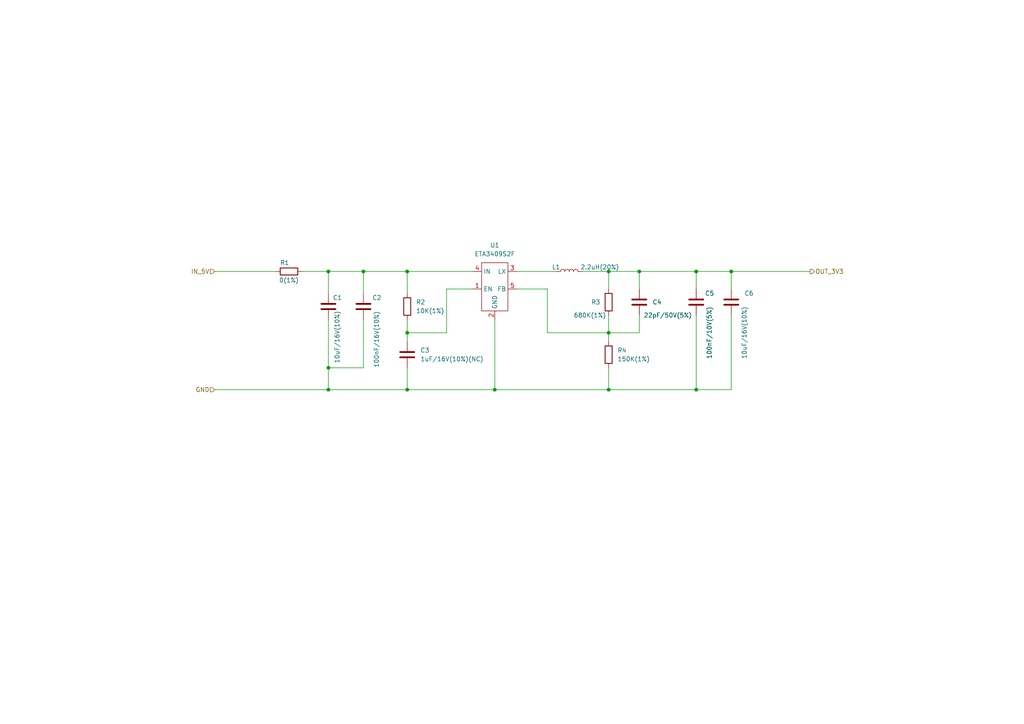
<source format=kicad_sch>
(kicad_sch (version 20230121) (generator eeschema)
  (paper "A4")
  (lib_symbols
    (symbol "Device:C" (pin_numbers hide) (pin_names (offset 0.254))
      (property "Reference" "C" (at 0.635 2.54 0))
      (property "Value" "C" (at 0.635 -2.54 0))
      (symbol "C_0_1"
        (polyline (pts (xy -2.032 -0.762) (xy 2.032 -0.762)) (stroke (width 0.508)))
        (polyline (pts (xy -2.032 0.762) (xy 2.032 0.762)) (stroke (width 0.508)))
      )
      (symbol "C_1_1"
        (pin passive line (at 0 3.81 270) (length 2.794) (name "~") (number "1"))
        (pin passive line (at 0 -3.81 90) (length 2.794) (name "~") (number "2"))
      )
    )
    (symbol "Device:L" (pin_numbers hide) (pin_names (offset 1.016) hide)
      (property "Reference" "L" (at -1.27 0 90))
      (property "Value" "L" (at 1.905 0 90))
      (symbol "L_0_1"
        (arc (start 0 -2.54) (mid 0.6323 -1.905) (end 0 -1.27))
        (arc (start 0 -1.27) (mid 0.6323 -0.635) (end 0 0))
        (arc (start 0 0) (mid 0.6323 0.635) (end 0 1.27))
        (arc (start 0 1.27) (mid 0.6323 1.905) (end 0 2.54))
      )
      (symbol "L_1_1"
        (pin passive line (at 0 3.81 270) (length 1.27) (name "1") (number "1"))
        (pin passive line (at 0 -3.81 90) (length 1.27) (name "2") (number "2"))
      )
    )
    (symbol "Device:R" (pin_numbers hide) (pin_names (offset 0))
      (property "Reference" "R" (at 2.032 0 90))
      (property "Value" "R" (at 0 0 90))
      (symbol "R_0_1"
        (rectangle (start -1.016 -2.54) (end 1.016 2.54) (stroke (width 0.254)))
      )
      (symbol "R_1_1"
        (pin passive line (at 0 3.81 270) (length 1.27) (name "~") (number "1"))
        (pin passive line (at 0 -3.81 90) (length 1.27) (name "~") (number "2"))
      )
    )
    (symbol "Power_Management_Custom:ETA3409S2F"
      (property "Reference" "U?" (at 2.54 1.27 0))
      (property "Value" "ETA3409S2F" (at 13.97 1.27 0))
      (symbol "ETA3409S2F_0_1"
        (rectangle (start 0 0) (end 7.62 -13.97))
      )
      (symbol "ETA3409S2F_1_0"
        (pin input line (at -2.54 -7.62 0) (length 2.54) (name "EN") (number "1"))
        (pin power_in line (at 3.81 -16.51 90) (length 2.54) (name "GND") (number "2"))
        (pin power_out line (at 10.16 -2.54 180) (length 2.54) (name "LX") (number "3"))
        (pin power_in line (at -2.54 -2.54 0) (length 2.54) (name "IN") (number "4"))
        (pin passive line (at 10.16 -7.62 180) (length 2.54) (name "FB") (number "5"))
      )
    )
  )
  (junction (at 143.51 113.03))
  (junction (at 105.41 78.74))
  (junction (at 176.53 113.03))
  (junction (at 95.25 106.68))
  (junction (at 212.09 78.74))
  (junction (at 95.25 113.03))
  (junction (at 201.93 113.03))
  (junction (at 201.93 78.74))
  (junction (at 118.11 96.52))
  (junction (at 176.53 78.74))
  (junction (at 118.11 113.03))
  (junction (at 118.11 78.74))
  (junction (at 176.53 96.52))
  (junction (at 185.42 78.74))
  (junction (at 95.25 78.74))
  (wire (pts (xy 201.93 113.03) (xy 176.53 113.03)))
  (wire (pts (xy 87.63 78.74) (xy 95.25 78.74)))
  (wire (pts (xy 118.11 78.74) (xy 137.16 78.74)))
  (wire (pts (xy 158.75 96.52) (xy 176.53 96.52)))
  (wire (pts (xy 105.41 106.68) (xy 95.25 106.68)))
  (wire (pts (xy 185.42 91.44) (xy 185.42 96.52)))
  (wire (pts (xy 62.23 113.03) (xy 95.25 113.03)))
  (wire (pts (xy 118.11 96.52) (xy 118.11 99.06)))
  (wire (pts (xy 105.41 78.74) (xy 118.11 78.74)))
  (wire (pts (xy 118.11 92.71) (xy 118.11 96.52)))
  (wire (pts (xy 185.42 78.74) (xy 201.93 78.74)))
  (wire (pts (xy 95.25 106.68) (xy 95.25 113.03)))
  (wire (pts (xy 176.53 106.68) (xy 176.53 113.03)))
  (wire (pts (xy 105.41 78.74) (xy 105.41 85.09)))
  (wire (pts (xy 118.11 78.74) (xy 118.11 85.09)))
  (wire (pts (xy 129.54 83.82) (xy 129.54 96.52)))
  (wire (pts (xy 212.09 113.03) (xy 201.93 113.03)))
  (wire (pts (xy 143.51 92.71) (xy 143.51 113.03)))
  (wire (pts (xy 168.91 78.74) (xy 176.53 78.74)))
  (wire (pts (xy 201.93 78.74) (xy 201.93 83.82)))
  (wire (pts (xy 176.53 91.44) (xy 176.53 96.52)))
  (wire (pts (xy 176.53 78.74) (xy 176.53 83.82)))
  (wire (pts (xy 212.09 78.74) (xy 234.95 78.74)))
  (wire (pts (xy 176.53 113.03) (xy 143.51 113.03)))
  (wire (pts (xy 158.75 83.82) (xy 158.75 96.52)))
  (wire (pts (xy 176.53 78.74) (xy 185.42 78.74)))
  (wire (pts (xy 129.54 96.52) (xy 118.11 96.52)))
  (wire (pts (xy 118.11 106.68) (xy 118.11 113.03)))
  (wire (pts (xy 185.42 96.52) (xy 176.53 96.52)))
  (wire (pts (xy 212.09 78.74) (xy 212.09 83.82)))
  (wire (pts (xy 137.16 83.82) (xy 129.54 83.82)))
  (wire (pts (xy 95.25 78.74) (xy 95.25 85.09)))
  (wire (pts (xy 118.11 113.03) (xy 95.25 113.03)))
  (wire (pts (xy 185.42 78.74) (xy 185.42 83.82)))
  (wire (pts (xy 176.53 96.52) (xy 176.53 99.06)))
  (wire (pts (xy 62.23 78.74) (xy 80.01 78.74)))
  (wire (pts (xy 143.51 113.03) (xy 118.11 113.03)))
  (wire (pts (xy 149.86 83.82) (xy 158.75 83.82)))
  (wire (pts (xy 201.93 78.74) (xy 212.09 78.74)))
  (wire (pts (xy 95.25 78.74) (xy 105.41 78.74)))
  (wire (pts (xy 212.09 91.44) (xy 212.09 113.03)))
  (wire (pts (xy 149.86 78.74) (xy 161.29 78.74)))
  (wire (pts (xy 95.25 92.71) (xy 95.25 106.68)))
  (wire (pts (xy 105.41 92.71) (xy 105.41 106.68)))
  (wire (pts (xy 201.93 91.44) (xy 201.93 113.03)))
  (hierarchical_label "OUT_3V3" (shape output) (at 234.95 78.74 0))
  (hierarchical_label "GND" (shape input) (at 62.23 113.03 180))
  (hierarchical_label "IN_5V" (shape input) (at 62.23 78.74 180))
  (symbol (lib_id "Device:R") (at 118.11 88.9 180) (unit 1)
    (property "Reference" "R2" (at 120.65 87.63 0) (effects (justify right)))
    (property "Value" "10K(1%)" (at 120.65 90.17 0) (effects (justify right)))
    (property "Footprint" "Resistor_SMD:R_0402_1005Metric" (effects hide))
  )
  (symbol (lib_id "Device:R") (at 176.53 87.63 0) (unit 1)
    (property "Reference" "R3" (at 171.45 87.63 0) (effects (justify left)))
    (property "Value" "680K(1%)" (at 166.37 91.44 0) (effects (justify left)))
    (property "Footprint" "Resistor_SMD:R_0402_1005Metric" (effects hide))
  )
  (symbol (lib_id "Device:C") (at 185.42 87.63 0) (unit 1)
    (property "Reference" "C4" (at 189.23 87.63 0) (effects (justify left)))
    (property "Value" "22pF/50V(5%)" (at 186.69 91.44 0) (effects (justify left)))
    (property "Footprint" "Capacitor_SMD:C_0402_1005Metric" (effects hide))
  )
  (symbol (lib_id "Device:C") (at 212.09 87.63 0) (unit 1)
    (property "Reference" "C6" (at 215.9 85.09 0) (effects (justify left)))
    (property "Value" "10uF/16V(10%)" (at 215.9 104.14 90) (effects (justify left)))
    (property "Footprint" "Capacitor_SMD:C_0805_2012Metric" (effects hide))
  )
  (symbol (lib_id "Device:C") (at 201.93 87.63 0) (unit 1)
    (property "Reference" "C5" (at 204.47 85.09 0) (effects (justify left)))
    (property "Value" "100nF/10V(5%)" (at 205.74 104.14 90) (effects (justify left)))
    (property "Footprint" "Capacitor_SMD:C_0402_1005Metric" (effects hide))
  )
  (symbol (lib_id "Device:L") (at 165.1 78.74 90) (unit 1)
    (property "Reference" "L1" (at 161.29 77.47 90))
    (property "Value" "2.2uH(20%)" (at 173.99 77.47 90))
    (property "Footprint" "Inductor_SMD:L_Sunlord_MWSA0402S" (effects hide))
  )
  (symbol (lib_id "Device:C") (at 95.25 88.9 0) (unit 1)
    (property "Reference" "C1" (at 96.52 86.36 0) (effects (justify left)))
    (property "Value" "10uF/16V(10%)" (at 97.79 105.41 90) (effects (justify left)))
    (property "Footprint" "Capacitor_SMD:C_0805_2012Metric" (effects hide))
  )
  (symbol (lib_id "Device:C") (at 105.41 88.9 0) (unit 1)
    (property "Reference" "C2" (at 107.95 86.36 0) (effects (justify left)))
    (property "Value" "100nF/16V(10%)" (at 109.22 106.68 90) (effects (justify left)))
    (property "Footprint" "Capacitor_SMD:C_0402_1005Metric" (effects hide))
  )
  (symbol (lib_id "Device:R") (at 83.82 78.74 90) (unit 1)
    (property "Reference" "R1" (at 82.55 76.2 90))
    (property "Value" "0(1%)" (at 83.82 81.28 90))
    (property "Footprint" "Resistor_SMD:R_0805_2012Metric" (effects hide))
  )
  (symbol (lib_id "Power_Management_Custom:ETA3409S2F") (at 139.7 76.2 0) (unit 1)
    (property "Reference" "U1" (at 143.51 71.12 0))
    (property "Value" "ETA3409S2F" (at 143.51 73.66 0))
    (property "Footprint" "Package_TO_SOT_SMD:SOT-23-5_HandSoldering" (effects hide))
  )
  (symbol (lib_id "Device:C") (at 118.11 102.87 0) (unit 1)
    (property "Reference" "C3" (at 121.92 101.6 0) (effects (justify left)))
    (property "Value" "1uF/16V(10%)(NC)" (at 121.92 104.14 0) (effects (justify left)))
    (property "Footprint" "Capacitor_SMD:C_0402_1005Metric" (effects hide))
  )
  (symbol (lib_id "Device:R") (at 176.53 102.87 0) (unit 1)
    (property "Reference" "R4" (at 179.07 101.6 0) (effects (justify left)))
    (property "Value" "150K(1%)" (at 179.07 104.14 0) (effects (justify left)))
    (property "Footprint" "Resistor_SMD:R_0402_1005Metric" (effects hide))
  )
)
</source>
